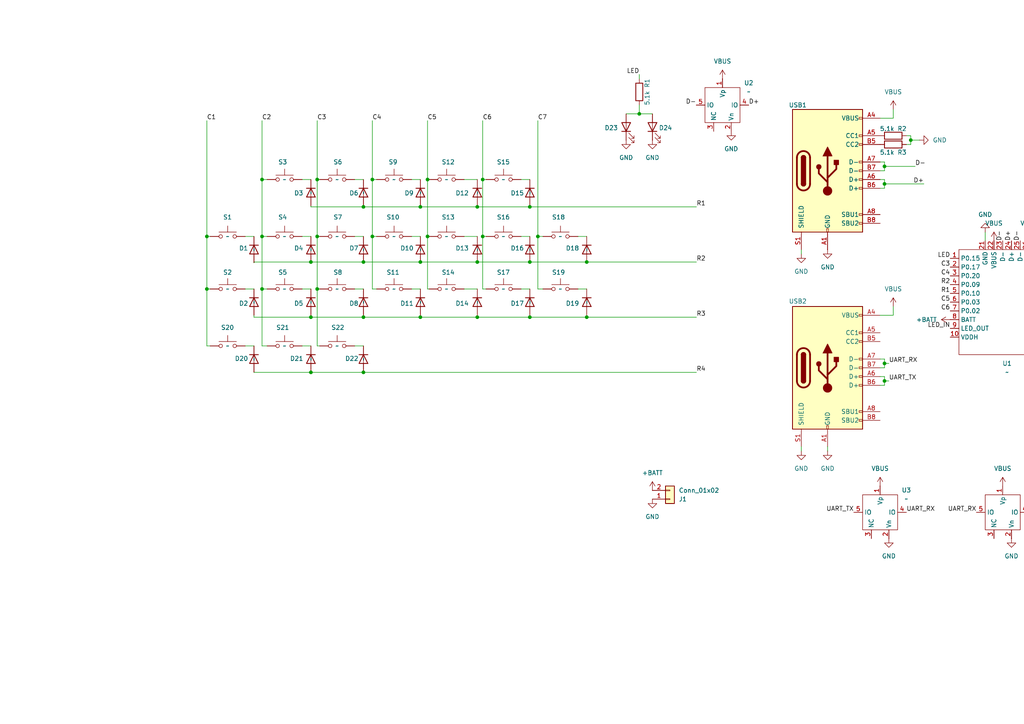
<source format=kicad_sch>
(kicad_sch (version 20250114) (generator "eeschema") (generator_version "9.0")
  (paper "A4")
  (junction (at 50.8 279.4))
  (junction (at 21.59 294.64))
  (junction (at 105.41 76))
  (junction (at 95.25 289.56))
  (junction (at 78.74 289.56))
  (junction (at 138.43 92))
  (junction (at 114.3 279.4))
  (junction (at 153.67 60))
  (junction (at 95.25 294.64))
  (junction (at 256.54 48.26))
  (junction (at 3.81 289.56))
  (junction (at 20.32 274.32))
  (junction (at 138.43 76))
  (junction (at 108 52.07))
  (junction (at 66.04 289.56))
  (junction (at 66.04 274.32))
  (junction (at 256.54 110.49))
  (junction (at 76 52.07))
  (junction (at 158.75 289.56))
  (junction (at 36.83 289.56))
  (junction (at 129.54 279.4))
  (junction (at 158.75 294.64))
  (junction (at 50.8 289.56))
  (junction (at 95.25 274.32))
  (junction (at 90.17 76))
  (junction (at 50.8 274.32))
  (junction (at 3.81 279.4))
  (junction (at 153.67 92))
  (junction (at 92 83.82))
  (junction (at 114.3 294.64))
  (junction (at 129.54 274.32))
  (junction (at 156 68.58))
  (junction (at 60 83.82))
  (junction (at 154.94 294.64))
  (junction (at 60 68.58))
  (junction (at 76 83.82))
  (junction (at 140 68.58))
  (junction (at 129.54 289.56))
  (junction (at 124 52.07))
  (junction (at 170.18 92))
  (junction (at 153.67 76))
  (junction (at 256.54 53.34))
  (junction (at 36.83 294.64))
  (junction (at 185.42 33.02))
  (junction (at 36.83 279.4))
  (junction (at 90.17 92))
  (junction (at 92 68.58))
  (junction (at 108 68.58))
  (junction (at 143.51 294.64))
  (junction (at 76 68.58))
  (junction (at 21.59 289.56))
  (junction (at 95.25 279.4))
  (junction (at 158.75 274.32))
  (junction (at 143.51 274.32))
  (junction (at 78.74 294.64))
  (junction (at 173.99 279.4))
  (junction (at 90.17 108))
  (junction (at 256.54 105.41))
  (junction (at 143.51 279.4))
  (junction (at 20.32 279.4))
  (junction (at 66.04 294.64))
  (junction (at 138.43 60))
  (junction (at 92 52.07))
  (junction (at 121.92 76))
  (junction (at 105.41 60))
  (junction (at 173.99 274.32))
  (junction (at 264.16 40.64))
  (junction (at 36.83 274.32))
  (junction (at 129.54 294.64))
  (junction (at 121.92 92))
  (junction (at 66.04 279.4))
  (junction (at 78.74 279.4))
  (junction (at 78.74 274.32))
  (junction (at 154.94 289.56))
  (junction (at 124 68.58))
  (junction (at 173.99 289.56))
  (junction (at 170.18 76))
  (junction (at 143.51 289.56))
  (junction (at 114.3 289.56))
  (junction (at 3.81 274.32))
  (junction (at 121.92 60))
  (junction (at 140 52.07))
  (junction (at 105.41 92))
  (junction (at 105.41 108))
  (junction (at 114.3 274.32))
  (junction (at 50.8 294.64))
  (junction (at 158.75 279.4))
  (wire (pts (xy 264.16 39.37) (xy 264.16 40.64)))
  (wire (pts (xy 36.83 294.64) (xy 40.64 294.64)))
  (wire (pts (xy 105.41 59.69) (xy 105.41 60)))
  (wire (pts (xy 138.43 91.44) (xy 138.43 92)))
  (wire (pts (xy 173.99 294.64) (xy 173.99 289.56)))
  (wire (pts (xy 153.67 60) (xy 202 60)))
  (wire (pts (xy 121.92 91.44) (xy 121.92 92)))
  (wire (pts (xy 256.54 110.49) (xy 256.54 111.76)))
  (wire (pts (xy 36.83 289.56) (xy 36.83 294.64)))
  (wire (pts (xy 151.13 83.82) (xy 153.67 83.82)))
  (wire (pts (xy 157.48 83.82) (xy 156 83.82)))
  (wire (pts (xy 170.18 91.44) (xy 170.18 92)))
  (wire (pts (xy 129.54 289.56) (xy 133.35 289.56)))
  (wire (pts (xy 77.47 100.33) (xy 76 100.33)))
  (wire (pts (xy 50.8 289.56) (xy 50.8 294.64)))
  (wire (pts (xy 154.94 274.32) (xy 158.75 274.32)))
  (wire (pts (xy 240.03 130.81) (xy 240.03 129.54)))
  (wire (pts (xy 16.51 289.56) (xy 21.59 289.56)))
  (wire (pts (xy 121.92 76) (xy 138.43 76)))
  (wire (pts (xy 33.02 294.64) (xy 36.83 294.64)))
  (wire (pts (xy 90.17 92) (xy 105.41 92)))
  (wire (pts (xy 102.87 83.82) (xy 105.41 83.82)))
  (wire (pts (xy 76.2 294.64) (xy 78.74 294.64)))
  (wire (pts (xy 143.51 274.32) (xy 147.32 274.32)))
  (wire (pts (xy 60 68.58) (xy 60 83.82)))
  (wire (pts (xy 256.54 53.34) (xy 267.97 53.34)))
  (wire (pts (xy 95.25 274.32) (xy 95.25 279.4)))
  (wire (pts (xy 73.66 76) (xy 90.17 76)))
  (wire (pts (xy 46.99 279.4) (xy 50.8 279.4)))
  (wire (pts (xy 151.13 52.07) (xy 153.67 52.07)))
  (wire (pts (xy 105.41 108) (xy 202 108)))
  (wire (pts (xy 255.27 49.53) (xy 256.54 49.53)))
  (wire (pts (xy 152.4 289.56) (xy 154.94 289.56)))
  (wire (pts (xy 8.89 294.64) (xy 3.81 294.64)))
  (wire (pts (xy 140.97 52.07) (xy 140 52.07)))
  (wire (pts (xy 121.92 60) (xy 138.43 60)))
  (wire (pts (xy 73.66 76.2) (xy 73.66 76)))
  (wire (pts (xy 124.46 274.32) (xy 129.54 274.32)))
  (wire (pts (xy 62.23 279.4) (xy 66.04 279.4)))
  (wire (pts (xy 256.54 54.61) (xy 256.54 53.34)))
  (wire (pts (xy 158.75 274.32) (xy 162.56 274.32)))
  (wire (pts (xy 111.76 279.4) (xy 114.3 279.4)))
  (wire (pts (xy 170.18 279.4) (xy 173.99 279.4)))
  (wire (pts (xy 66.04 279.4) (xy 68.58 279.4)))
  (wire (pts (xy 73.66 107.95) (xy 73.66 108)))
  (wire (pts (xy 185.42 22.86) (xy 185.42 21.59)))
  (wire (pts (xy 167.64 68.58) (xy 170.18 68.58)))
  (wire (pts (xy 114.3 274.32) (xy 116.84 274.32)))
  (wire (pts (xy 255.27 34.29) (xy 259.08 34.29)))
  (wire (pts (xy 140.97 289.56) (xy 143.51 289.56)))
  (wire (pts (xy 255.27 52.07) (xy 256.54 52.07)))
  (wire (pts (xy 138.43 76.2) (xy 138.43 76)))
  (wire (pts (xy 138.43 60) (xy 153.67 60)))
  (wire (pts (xy 140.97 68.58) (xy 140 68.58)))
  (wire (pts (xy 78.74 274.32) (xy 82.55 274.32)))
  (wire (pts (xy 114.3 274.32) (xy 114.3 279.4)))
  (wire (pts (xy 134.62 68.58) (xy 138.43 68.58)))
  (wire (pts (xy 90.17 108) (xy 105.41 108)))
  (wire (pts (xy 109.22 83.82) (xy 108 83.82)))
  (wire (pts (xy 134.62 52.07) (xy 138.43 52.07)))
  (wire (pts (xy 114.3 279.4) (xy 116.84 279.4)))
  (wire (pts (xy 154.94 279.4) (xy 158.75 279.4)))
  (wire (pts (xy 119.38 83.82) (xy 121.92 83.82)))
  (wire (pts (xy 36.83 274.32) (xy 39.37 274.32)))
  (wire (pts (xy 3.81 294.64) (xy 3.81 289.56)))
  (wire (pts (xy 73.66 91.44) (xy 73.66 92)))
  (wire (pts (xy 154.94 289.56) (xy 158.75 289.56)))
  (wire (pts (xy 140 68.58) (xy 140 83.82)))
  (wire (pts (xy 255.27 104.14) (xy 256.54 104.14)))
  (wire (pts (xy 204.47 267.97) (xy 204.47 265.43)))
  (wire (pts (xy 256.54 52.07) (xy 256.54 53.34)))
  (wire (pts (xy 46.99 274.32) (xy 50.8 274.32)))
  (wire (pts (xy 92 52.07) (xy 92 68.58)))
  (wire (pts (xy 124.46 68.58) (xy 124 68.58)))
  (wire (pts (xy 76 83.82) (xy 76 100.33)))
  (wire (pts (xy 264.16 41.91) (xy 264.16 40.64)))
  (wire (pts (xy 129.54 279.4) (xy 133.35 279.4)))
  (wire (pts (xy 71.12 100.33) (xy 73.66 100.33)))
  (wire (pts (xy 124.46 289.56) (xy 129.54 289.56)))
  (wire (pts (xy 114.3 294.64) (xy 116.84 294.64)))
  (wire (pts (xy 73.66 108) (xy 90.17 108)))
  (wire (pts (xy 108 35) (xy 108 52.07)))
  (wire (pts (xy 167.64 83.82) (xy 170.18 83.82)))
  (wire (pts (xy 255.27 91.44) (xy 259.08 91.44)))
  (wire (pts (xy 153.67 76) (xy 170.18 76)))
  (wire (pts (xy 140.97 294.64) (xy 143.51 294.64)))
  (wire (pts (xy 264.16 40.64) (xy 266.7 40.64)))
  (wire (pts (xy 92.71 68.58) (xy 92 68.58)))
  (wire (pts (xy 78.74 274.32) (xy 78.74 279.4)))
  (wire (pts (xy 90.17 289.56) (xy 95.25 289.56)))
  (wire (pts (xy 71.12 83.82) (xy 73.66 83.82)))
  (wire (pts (xy 124.46 52.07) (xy 124 52.07)))
  (wire (pts (xy 21.59 289.56) (xy 21.59 294.64)))
  (wire (pts (xy 77.47 83.82) (xy 76 83.82)))
  (wire (pts (xy 124 35) (xy 124 52.07)))
  (wire (pts (xy 158.75 274.32) (xy 158.75 279.4)))
  (wire (pts (xy 109.22 52.07) (xy 108 52.07)))
  (wire (pts (xy 33.02 274.32) (xy 36.83 274.32)))
  (wire (pts (xy 16.51 279.4) (xy 20.32 279.4)))
  (wire (pts (xy 121.92 92) (xy 138.43 92)))
  (wire (pts (xy 173.99 279.4) (xy 173.99 274.32)))
  (wire (pts (xy 173.99 274.32) (xy 177.8 274.32)))
  (wire (pts (xy 111.76 274.32) (xy 114.3 274.32)))
  (wire (pts (xy 111.76 294.64) (xy 114.3 294.64)))
  (wire (pts (xy 156 68.58) (xy 156 83.82)))
  (wire (pts (xy 60 83.82) (xy 60 100.33)))
  (wire (pts (xy 76.2 279.4) (xy 78.74 279.4)))
  (wire (pts (xy 20.32 274.32) (xy 25.4 274.32)))
  (wire (pts (xy 140.97 274.32) (xy 143.51 274.32)))
  (wire (pts (xy 92 35) (xy 92 52.07)))
  (wire (pts (xy 48.26 289.56) (xy 50.8 289.56)))
  (wire (pts (xy 124 52.07) (xy 124 68.58)))
  (wire (pts (xy 62.23 274.32) (xy 66.04 274.32)))
  (wire (pts (xy 95.25 279.4) (xy 104.14 279.4)))
  (wire (pts (xy 157.48 68.58) (xy 156 68.58)))
  (wire (pts (xy 77.47 52.07) (xy 76 52.07)))
  (wire (pts (xy 158.75 279.4) (xy 162.56 279.4)))
  (wire (pts (xy 87.63 100.33) (xy 90.17 100.33)))
  (wire (pts (xy 158.75 294.64) (xy 162.56 294.64)))
  (wire (pts (xy 102.87 100.33) (xy 105.41 100.33)))
  (wire (pts (xy 95.25 274.32) (xy 104.14 274.32)))
  (wire (pts (xy 78.74 279.4) (xy 82.55 279.4)))
  (wire (pts (xy 158.75 289.56) (xy 158.75 294.64)))
  (wire (pts (xy 262.89 39.37) (xy 264.16 39.37)))
  (wire (pts (xy 87.63 83.82) (xy 90.17 83.82)))
  (wire (pts (xy 138.43 92) (xy 153.67 92)))
  (wire (pts (xy 173.99 289.56) (xy 173.99 279.4)))
  (wire (pts (xy 36.83 279.4) (xy 39.37 279.4)))
  (wire (pts (xy 124 68.58) (xy 124 83.82)))
  (wire (pts (xy 204.47 285.75) (xy 204.47 283.21)))
  (wire (pts (xy 73.66 92) (xy 90.17 92)))
  (wire (pts (xy 138.43 59.69) (xy 138.43 60)))
  (wire (pts (xy 105.41 92) (xy 121.92 92)))
  (wire (pts (xy 102.87 68.58) (xy 105.41 68.58)))
  (wire (pts (xy 90.17 274.32) (xy 95.25 274.32)))
  (wire (pts (xy 50.8 294.64) (xy 54.61 294.64)))
  (wire (pts (xy 66.04 289.56) (xy 68.58 289.56)))
  (wire (pts (xy 92.71 52.07) (xy 92 52.07)))
  (wire (pts (xy 124.46 83.82) (xy 124 83.82)))
  (wire (pts (xy 114.3 289.56) (xy 114.3 294.64)))
  (wire (pts (xy 154.94 294.64) (xy 158.75 294.64)))
  (wire (pts (xy 259.08 91.44) (xy 259.08 88.9)))
  (wire (pts (xy 95.25 294.64) (xy 104.14 294.64)))
  (wire (pts (xy 71.12 68.58) (xy 73.66 68.58)))
  (wire (pts (xy 90.17 107.95) (xy 90.17 108)))
  (wire (pts (xy 102.87 52.07) (xy 105.41 52.07)))
  (wire (pts (xy 111.76 289.56) (xy 114.3 289.56)))
  (wire (pts (xy 256.54 110.49) (xy 256.54 109.22)))
  (wire (pts (xy 170.18 274.32) (xy 173.99 274.32)))
  (wire (pts (xy 95.25 289.56) (xy 104.14 289.56)))
  (wire (pts (xy 16.51 274.32) (xy 20.32 274.32)))
  (wire (pts (xy 114.3 289.56) (xy 116.84 289.56)))
  (wire (pts (xy 170.18 76) (xy 202 76)))
  (wire (pts (xy 50.8 279.4) (xy 54.61 279.4)))
  (wire (pts (xy 129.54 289.56) (xy 129.54 294.64)))
  (wire (pts (xy 153.67 91.44) (xy 153.67 92)))
  (wire (pts (xy 66.04 274.32) (xy 68.58 274.32)))
  (wire (pts (xy 119.38 52.07) (xy 121.92 52.07)))
  (wire (pts (xy 92 83.82) (xy 92 100.33)))
  (wire (pts (xy 33.02 279.4) (xy 36.83 279.4)))
  (wire (pts (xy 62.23 289.56) (xy 66.04 289.56)))
  (wire (pts (xy 20.32 274.32) (xy 20.32 279.4)))
  (wire (pts (xy 66.04 274.32) (xy 66.04 279.4)))
  (wire (pts (xy 255.27 46.99) (xy 256.54 46.99)))
  (wire (pts (xy 255.27 109.22) (xy 256.54 109.22)))
  (wire (pts (xy 143.51 294.64) (xy 147.32 294.64)))
  (wire (pts (xy 256.54 106.68) (xy 256.54 105.41)))
  (wire (pts (xy 134.62 83.82) (xy 138.43 83.82)))
  (wire (pts (xy 143.51 289.56) (xy 147.32 289.56)))
  (wire (pts (xy 76.2 289.56) (xy 78.74 289.56)))
  (wire (pts (xy 77.47 68.58) (xy 76 68.58)))
  (wire (pts (xy 90.17 91.44) (xy 90.17 92)))
  (wire (pts (xy 256.54 105.41) (xy 257.81 105.41)))
  (wire (pts (xy 138.43 76) (xy 153.67 76)))
  (wire (pts (xy 90.17 59.69) (xy 90.17 60)))
  (wire (pts (xy 143.51 279.4) (xy 147.32 279.4)))
  (wire (pts (xy 66.04 294.64) (xy 68.58 294.64)))
  (wire (pts (xy 90.17 279.4) (xy 95.25 279.4)))
  (wire (pts (xy 109.22 68.58) (xy 108 68.58)))
  (wire (pts (xy 285.75 67.31) (xy 285.75 69.85)))
  (wire (pts (xy 153.67 76.2) (xy 153.67 76)))
  (wire (pts (xy 78.74 294.64) (xy 82.55 294.64)))
  (wire (pts (xy 87.63 68.58) (xy 90.17 68.58)))
  (wire (pts (xy 3.81 289.56) (xy 8.89 289.56)))
  (wire (pts (xy 92.71 83.82) (xy 92 83.82)))
  (wire (pts (xy 76 68.58) (xy 76 83.82)))
  (wire (pts (xy 3.81 289.56) (xy 3.81 279.4)))
  (wire (pts (xy 92 68.58) (xy 92 83.82)))
  (wire (pts (xy 185.42 33.02) (xy 181.61 33.02)))
  (wire (pts (xy 78.74 289.56) (xy 78.74 294.64)))
  (wire (pts (xy 185.42 30.48) (xy 185.42 33.02)))
  (wire (pts (xy 259.08 34.29) (xy 259.08 31.75)))
  (wire (pts (xy 92.71 100.33) (xy 92 100.33)))
  (wire (pts (xy 124.46 279.4) (xy 129.54 279.4)))
  (wire (pts (xy 76 52.07) (xy 76 68.58)))
  (wire (pts (xy 124.46 294.64) (xy 129.54 294.64)))
  (wire (pts (xy 170.18 289.56) (xy 173.99 289.56)))
  (wire (pts (xy 90.17 60) (xy 105.41 60)))
  (wire (pts (xy 3.81 274.32) (xy 8.89 274.32)))
  (wire (pts (xy 255.27 106.68) (xy 256.54 106.68)))
  (wire (pts (xy 76 35) (xy 76 52.07)))
  (wire (pts (xy 140 52.07) (xy 140 68.58)))
  (wire (pts (xy 153.67 92) (xy 170.18 92)))
  (wire (pts (xy 143.51 274.32) (xy 143.51 279.4)))
  (wire (pts (xy 119.38 68.58) (xy 121.92 68.58)))
  (wire (pts (xy 87.63 52.07) (xy 90.17 52.07)))
  (wire (pts (xy 105.41 76) (xy 121.92 76)))
  (wire (pts (xy 60 35) (xy 60 68.58)))
  (wire (pts (xy 129.54 294.64) (xy 133.35 294.64)))
  (wire (pts (xy -5.08 274.32) (xy 3.81 274.32)))
  (wire (pts (xy 185.42 33.02) (xy 189.23 33.02)))
  (wire (pts (xy 170.18 294.64) (xy 173.99 294.64)))
  (wire (pts (xy 156 35) (xy 156 68.58)))
  (wire (pts (xy 48.26 294.64) (xy 50.8 294.64)))
  (wire (pts (xy 90.17 294.64) (xy 95.25 294.64)))
  (wire (pts (xy 50.8 274.32) (xy 54.61 274.32)))
  (wire (pts (xy 257.81 110.49) (xy 256.54 110.49)))
  (wire (pts (xy 256.54 48.26) (xy 265.43 48.26)))
  (wire (pts (xy 158.75 289.56) (xy 162.56 289.56)))
  (wire (pts (xy 153.67 59.69) (xy 153.67 60)))
  (wire (pts (xy 36.83 279.4) (xy 36.83 274.32)))
  (wire (pts (xy 16.51 294.64) (xy 21.59 294.64)))
  (wire (pts (xy 3.81 279.4) (xy 8.89 279.4)))
  (wire (pts (xy 129.54 274.32) (xy 133.35 274.32)))
  (wire (pts (xy 140.97 83.82) (xy 140 83.82)))
  (wire (pts (xy 152.4 294.64) (xy 154.94 294.64)))
  (wire (pts (xy 76.2 274.32) (xy 78.74 274.32)))
  (wire (pts (xy 21.59 289.56) (xy 25.4 289.56)))
  (wire (pts (xy 3.81 279.4) (xy 3.81 274.32)))
  (wire (pts (xy 50.8 289.56) (xy 54.61 289.56)))
  (wire (pts (xy 33.02 289.56) (xy 36.83 289.56)))
  (wire (pts (xy 95.25 289.56) (xy 95.25 294.64)))
  (wire (pts (xy 255.27 111.76) (xy 256.54 111.76)))
  (wire (pts (xy 300.99 68.58) (xy 300.99 69.85)))
  (wire (pts (xy 170.18 76.2) (xy 170.18 76)))
  (wire (pts (xy 62.23 294.64) (xy 66.04 294.64)))
  (wire (pts (xy 108 68.58) (xy 108 83.82)))
  (wire (pts (xy 232.41 130.81) (xy 232.41 129.54)))
  (wire (pts (xy 170.18 92) (xy 202 92)))
  (wire (pts (xy 232.41 73.66) (xy 232.41 72.39)))
  (wire (pts (xy 121.92 59.69) (xy 121.92 60)))
  (wire (pts (xy 90.17 76) (xy 105.41 76)))
  (wire (pts (xy 121.92 76.2) (xy 121.92 76)))
  (wire (pts (xy 78.74 289.56) (xy 82.55 289.56)))
  (wire (pts (xy 255.27 54.61) (xy 256.54 54.61)))
  (wire (pts (xy 105.41 107.95) (xy 105.41 108)))
  (wire (pts (xy 105.41 91.44) (xy 105.41 92)))
  (wire (pts (xy 50.8 274.32) (xy 50.8 279.4)))
  (wire (pts (xy 36.83 289.56) (xy 40.64 289.56)))
  (wire (pts (xy 20.32 279.4) (xy 25.4 279.4)))
  (wire (pts (xy 143.51 289.56) (xy 143.51 294.64)))
  (wire (pts (xy 60.96 83.82) (xy 60 83.82)))
  (wire (pts (xy 105.41 76.2) (xy 105.41 76)))
  (wire (pts (xy 60.96 68.58) (xy 60 68.58)))
  (wire (pts (xy 129.54 274.32) (xy 129.54 279.4)))
  (wire (pts (xy 90.17 76.2) (xy 90.17 76)))
  (wire (pts (xy 256.54 48.26) (xy 256.54 49.53)))
  (wire (pts (xy 21.59 294.64) (xy 25.4 294.64)))
  (wire (pts (xy 105.41 60) (xy 121.92 60)))
  (wire (pts (xy 256.54 46.99) (xy 256.54 48.26)))
  (wire (pts (xy 140 35) (xy 140 52.07)))
  (wire (pts (xy 60.96 100.33) (xy 60 100.33)))
  (wire (pts (xy 66.04 289.56) (xy 66.04 294.64)))
  (wire (pts (xy 108 52.07) (xy 108 68.58)))
  (wire (pts (xy 151.13 68.58) (xy 153.67 68.58)))
  (wire (pts (xy 262.89 41.91) (xy 264.16 41.91)))
  (wire (pts (xy 140.97 279.4) (xy 143.51 279.4)))
  (wire (pts (xy 256.54 104.14) (xy 256.54 105.41)))
  (label "R2" (at 275.59 82.55 180))
  (label "LED" (at 275.59 74.93 180))
  (label "LED" (at 185.42 21.59 180))
  (label "UART_RX" (at 311.15 82.55 0))
  (label "R1" (at 275.59 85.09 180))
  (label "C6" (at 140 35 0))
  (label "UART_RX" (at 283.21 148.59 180))
  (label "C4" (at 108 35 0))
  (label "LED_K" (at 177.8 274.32 0))
  (label "R3" (at 311.15 74.93 0))
  (label "D+" (at 293.37 69.85 90))
  (label "D+" (at 267.97 53.34 180))
  (label "LED_OUT" (at 311.15 95.25 0))
  (label "R4" (at 202 108 0))
  (label "C5" (at 275.59 87.63 180))
  (label "R4" (at 311.15 85.09 0))
  (label "C4" (at 275.59 80.01 180))
  (label "C7" (at 311.15 77.47 0))
  (label "D+" (at 217.17 30.48 0))
  (label "D-" (at 265.43 48.26 0))
  (label "C7" (at 156 35 0))
  (label "D-" (at 290.83 69.85 90))
  (label "D-" (at 201.93 30.48 180))
  (label "C3" (at 92 35 0))
  (label "LED_IN" (at 204.47 255.27 0))
  (label "UART_TX" (at 247.65 148.59 180))
  (label "R3" (at 202 92 0))
  (label "UART_TX" (at 311.15 80.01 0))
  (label "LED_IN" (at 275.59 95.25 180))
  (label "LED_IN" (at 204.47 273.05 0))
  (label "C1" (at 311.15 90.17 0))
  (label "LED_A" (at 200.66 260.35 180))
  (label "C3" (at 275.59 77.47 180))
  (label "UART_RX" (at 257.81 105.41 0))
  (label "UART_TX" (at 298.45 148.59 0))
  (label "D-" (at 295.91 69.85 90))
  (label "LED_A" (at -5.08 274.32 0))
  (label "C6" (at 275.59 90.17 180))
  (label "LED_K" (at 200.66 278.13 180))
  (label "LED_OUT" (at 204.47 285.75 0))
  (label "LED_OUT" (at 204.47 267.97 0))
  (label "C1" (at 60 35 0))
  (label "UART_TX" (at 257.81 110.49 0))
  (label "C5" (at 124 35 0))
  (label "R2" (at 202 76 0))
  (label "C2" (at 311.15 87.63 0))
  (label "C2" (at 76 35 0))
  (label "R1" (at 202 60 0))
  (label "UART_RX" (at 262.89 148.59 0))
  (symbol (lib_id "power:GND") (at 266.7 40.64 90) (unit 1)
    (property "Reference" "#PWR010" (effects (hide yes)))
    (property "Value" "GND" (at 270.51 40.6399 90) (effects (justify right)))
    (property "Description" "Power symbol creates a global label with name \"GND\" , ground" (effects (hide yes)))
  )
  (symbol (lib_id "power:VBUS") (at 259.08 88.9 0) (unit 1)
    (property "Reference" "#PWR026" (effects (hide yes)))
    (property "Value" "VBUS" (at 259.08 83.82 0))
    (property "Description" "Power symbol creates a global label with name \"VBUS\"" (effects (hide yes)))
  )
  (symbol (lib_id "power:GND") (at 189.23 144.78 0) (unit 1)
    (property "Reference" "#PWR05" (effects (hide yes)))
    (property "Value" "GND" (at 189.23 149.86 0))
    (property "Description" "Power symbol creates a global label with name \"GND\" , ground" (effects (hide yes)))
  )
  (symbol (lib_id "Device:LED") (at 12.7 279.4 180) (unit 1)
    (property "Reference" "LEDB2" (at 12.7 276.86 0) (effects (justify left)))
    (property "Value" "~" (at 12.7 279.4 0))
    (property "Footprint" "ocdmk:LED_MP-2016-1100-50-90" (effects (hide yes)))
  )
  (symbol (lib_id "Device:LED") (at 189.23 36.83 90) (unit 1)
    (property "Reference" "D24" (at 193.04 37.084 90))
    (property "Value" "LED" (effects (hide yes)))
    (property "Footprint" "Diode_SMD:D_0603_1608Metric" (effects (hide yes)))
    (property "Description" "Light emitting diode" (effects (hide yes)))
    (property "Sim.Pins" "1=K 2=A" (effects (hide yes)))
  )
  (symbol (lib_id "Device:LED") (at 151.13 289.56 180) (unit 1)
    (property "Reference" "LEDT18" (at 151.13 287.02 0) (effects (justify left)))
    (property "Value" "~" (at 151.13 289.56 0))
    (property "Footprint" "ocdmk:LED_MP-2016-1100-50-90" (effects (hide yes)))
  )
  (symbol (lib_id "Device:LED") (at 44.45 289.56 180) (unit 1)
    (property "Reference" "LEDT6" (at 44.45 287.02 0) (effects (justify left)))
    (property "Value" "~" (at 44.45 289.56 0))
    (property "Footprint" "ocdmk:LED_MP-2016-1100-50-90" (effects (hide yes)))
  )
  (symbol (lib_id "Switch:SW_Push") (at 129.54 83.82 0) (unit 1)
    (property "Reference" "S14" (at 130 79 0))
    (property "Value" "~" (at 129.54 83.82 0))
    (property "Footprint" "ocdmk:switch_gateron_ks27_ks33_reversible" (effects (hide yes)))
  )
  (symbol (lib_id "Switch:SW_Push") (at 114.3 83.82 0) (unit 1)
    (property "Reference" "S11" (at 114 79 0))
    (property "Value" "~" (at 114.3 83.82 0))
    (property "Footprint" "ocdmk:switch_gateron_ks27_ks33_reversible" (effects (hide yes)))
  )
  (symbol (lib_id "Device:LED") (at 44.45 294.64 180) (unit 1)
    (property "Reference" "LEDB6" (at 44.45 292.1 0) (effects (justify left)))
    (property "Value" "~" (at 44.45 294.64 0))
    (property "Footprint" "ocdmk:LED_MP-2016-1100-50-90" (effects (hide yes)))
  )
  (symbol (lib_id "Device:D") (at 90.17 72.39 270) (unit 1)
    (property "Reference" "D4" (at 88 72 90) (effects (justify right)))
    (property "Value" "~" (at 90.17 72.39 0))
    (property "Footprint" "ocdmk:diode_tht_sod123_reversible" (effects (hide yes)))
  )
  (symbol (lib_id "power:+BATT") (at 275.59 92.71 90) (unit 1)
    (property "Reference" "#PWR09" (effects (hide yes)))
    (property "Value" "+BATT" (at 271.78 92.7099 90) (effects (justify left)))
    (property "Description" "Power symbol creates a global label with name \"+BATT\"" (effects (hide yes)))
  )
  (symbol (lib_id "Device:D") (at 170.18 87.63 270) (unit 1)
    (property "Reference" "D19" (at 168 88 90) (effects (justify right)))
    (property "Value" "~" (at 170.18 87.63 0))
    (property "Footprint" "ocdmk:diode_tht_sod123_reversible" (effects (hide yes)))
  )
  (symbol (lib_id "Device:D") (at 138.43 87.63 270) (unit 1)
    (property "Reference" "D14" (at 136 88 90) (effects (justify right)))
    (property "Value" "~" (at 138.43 87.63 0))
    (property "Footprint" "ocdmk:diode_tht_sod123_reversible" (effects (hide yes)))
  )
  (symbol (lib_id "Device:LED") (at 120.65 289.56 180) (unit 1)
    (property "Reference" "LEDT21" (at 120.65 287.02 0) (effects (justify left)))
    (property "Value" "~" (at 120.65 289.56 0))
    (property "Footprint" "ocdmk:LED_MP-2016-1100-50-90" (effects (hide yes)))
  )
  (symbol (lib_id "Device:D") (at 73.66 72.39 270) (unit 1)
    (property "Reference" "D1" (at 72 72 90) (effects (justify right)))
    (property "Value" "~" (at 73.66 72.39 0))
    (property "Footprint" "ocdmk:diode_tht_sod123_reversible" (effects (hide yes)))
  )
  (symbol (lib_id "Device:LED") (at 29.21 279.4 180) (unit 1)
    (property "Reference" "LEDB5" (at 29.21 276.86 0) (effects (justify left)))
    (property "Value" "~" (at 29.21 279.4 0))
    (property "Footprint" "ocdmk:LED_MP-2016-1100-50-90" (effects (hide yes)))
  )
  (symbol (lib_id "Switch:SW_Push") (at 114.3 52.07 0) (unit 1)
    (property "Reference" "S9" (at 114 47 0))
    (property "Value" "~" (at 114.3 52.07 0))
    (property "Footprint" "ocdmk:switch_gateron_ks27_ks33_reversible" (effects (hide yes)))
  )
  (symbol (lib_id "Connector:USB_C_Receptacle_USB2.0_16P") (at 240.03 106.68 0) (unit 1)
    (property "Reference" "USB2" (at 231.394 87.376 0))
    (property "Value" "USB_C_Receptacle_USB2.0_16P" (effects (hide yes)))
    (property "Footprint" "ocdmk:12402012E212A_AMP_reversible" (effects (hide yes)))
    (property "Datasheet" "https://www.usb.org/sites/default/files/documents/usb_type-c.zip" (effects (hide yes)))
    (property "Description" "USB 2.0-only 16P Type-C Receptacle connector" (effects (hide yes)))
  )
  (symbol (lib_id "Device:LED") (at 120.65 294.64 180) (unit 1)
    (property "Reference" "LEDB21" (at 120.396 292.1 0) (effects (justify left)))
    (property "Value" "~" (at 120.65 294.64 0))
    (property "Footprint" "ocdmk:LED_MP-2016-1100-50-90" (effects (hide yes)))
  )
  (symbol (lib_id "power:GND") (at 212.09 38.1 0) (unit 1)
    (property "Reference" "#PWR016" (effects (hide yes)))
    (property "Value" "GND" (at 212.09 43.18 0))
    (property "Description" "Power symbol creates a global label with name \"GND\" , ground" (effects (hide yes)))
  )
  (symbol (lib_id "Device:LED") (at 166.37 294.64 180) (unit 1)
    (property "Reference" "LEDB19" (at 166.37 292.1 0) (effects (justify left)))
    (property "Value" "~" (at 166.37 294.64 0))
    (property "Footprint" "ocdmk:LED_MP-2016-1100-50-90" (effects (hide yes)))
  )
  (symbol (lib_id "Switch:SW_Push") (at 97.79 100.33 0) (unit 1)
    (property "Reference" "S22" (at 98 95 0))
    (property "Value" "~" (at 97.79 100.33 0))
    (property "Footprint" "ocdmk:switch_gateron_ks27_ks33_reversible" (effects (hide yes)))
  )
  (symbol (lib_id "power:GND") (at 240.03 72.39 0) (unit 1)
    (property "Reference" "#PWR012" (effects (hide yes)))
    (property "Value" "GND" (at 240.03 77.47 0))
    (property "Description" "Power symbol creates a global label with name \"GND\" , ground" (effects (hide yes)))
  )
  (symbol (lib_id "Device:D") (at 138.43 55.88 270) (unit 1)
    (property "Reference" "D12" (at 136 56 90) (effects (justify right)))
    (property "Value" "~" (at 138.43 55.88 0))
    (property "Footprint" "ocdmk:diode_tht_sod123_reversible" (effects (hide yes)))
  )
  (symbol (lib_id "Device:LED") (at 72.39 274.32 180) (unit 1)
    (property "Reference" "LEDT14" (at 72.39 271.78 0) (effects (justify left)))
    (property "Value" "~" (at 72.39 274.32 0))
    (property "Footprint" "ocdmk:LED_MP-2016-1100-50-90" (effects (hide yes)))
  )
  (symbol (lib_id "Device:LED") (at 29.21 274.32 180) (unit 1)
    (property "Reference" "LEDT5" (at 29.21 271.78 0) (effects (justify left)))
    (property "Value" "~" (at 29.21 274.32 0))
    (property "Footprint" "ocdmk:LED_MP-2016-1100-50-90" (effects (hide yes)))
  )
  (symbol (lib_id "Device:LED") (at 151.13 274.32 180) (unit 1)
    (property "Reference" "LEDT13" (at 151.13 271.78 0) (effects (justify left)))
    (property "Value" "~" (at 151.13 274.32 0))
    (property "Footprint" "ocdmk:LED_MP-2016-1100-50-90" (effects (hide yes)))
  )
  (symbol (lib_id "Device:LED") (at 166.37 279.4 180) (unit 1)
    (property "Reference" "LEDB16" (at 166.37 276.86 0) (effects (justify left)))
    (property "Value" "~" (at 166.37 279.4 0))
    (property "Footprint" "ocdmk:LED_MP-2016-1100-50-90" (effects (hide yes)))
  )
  (symbol (lib_id "Device:D") (at 73.66 104.14 270) (unit 1)
    (property "Reference" "D20" (at 72 104 90) (effects (justify right)))
    (property "Value" "~" (at 73.66 104.14 0))
    (property "Footprint" "ocdmk:diode_tht_sod123_reversible" (effects (hide yes)))
  )
  (symbol (lib_id "Device:LED") (at 137.16 289.56 180) (unit 1)
    (property "Reference" "LEDT22" (at 137.16 287.02 0) (effects (justify left)))
    (property "Value" "~" (at 137.16 289.56 0))
    (property "Footprint" "ocdmk:LED_MP-2016-1100-50-90" (effects (hide yes)))
  )
  (symbol (lib_id "Switch:SW_Push") (at 146.05 83.82 0) (unit 1)
    (property "Reference" "S17" (at 146 79 0))
    (property "Value" "~" (at 146.05 83.82 0))
    (property "Footprint" "ocdmk:switch_gateron_ks27_ks33_reversible" (effects (hide yes)))
  )
  (symbol (lib_id "power:GND") (at 240.03 130.81 0) (unit 1)
    (property "Reference" "#PWR027" (effects (hide yes)))
    (property "Value" "GND" (at 240.03 135.89 0))
    (property "Description" "Power symbol creates a global label with name \"GND\" , ground" (effects (hide yes)))
  )
  (symbol (lib_id "Device:LED") (at 86.36 274.32 180) (unit 1)
    (property "Reference" "LEDT17" (at 86.36 271.78 0) (effects (justify left)))
    (property "Value" "~" (at 86.36 274.32 0))
    (property "Footprint" "ocdmk:LED_MP-2016-1100-50-90" (effects (hide yes)))
  )
  (symbol (lib_id "Switch:SW_Push") (at 97.79 83.82 0) (unit 1)
    (property "Reference" "S8" (at 98 79 0))
    (property "Value" "~" (at 97.79 83.82 0))
    (property "Footprint" "ocdmk:switch_gateron_ks27_ks33_reversible" (effects (hide yes)))
  )
  (symbol (lib_id "Switch:SW_Push") (at 66.04 100.33 0) (unit 1)
    (property "Reference" "S20" (at 66 95 0))
    (property "Value" "~" (at 66.04 100.33 0))
    (property "Footprint" "ocdmk:switch_gateron_ks27_ks33_reversible" (effects (hide yes)))
  )
  (symbol (lib_id "Device:LED") (at 43.18 279.4 180) (unit 1)
    (property "Reference" "LEDB8" (at 43.18 276.86 0) (effects (justify left)))
    (property "Value" "~" (at 43.18 279.4 0))
    (property "Footprint" "ocdmk:LED_MP-2016-1100-50-90" (effects (hide yes)))
  )
  (symbol (lib_id "Device:D") (at 73.66 87.63 270) (unit 1)
    (property "Reference" "D2" (at 72 88 90) (effects (justify right)))
    (property "Value" "~" (at 73.66 87.63 0))
    (property "Footprint" "ocdmk:diode_tht_sod123_reversible" (effects (hide yes)))
  )
  (symbol (lib_id "Device:LED") (at 151.13 279.4 180) (unit 1)
    (property "Reference" "LEDB13" (at 151.13 276.86 0) (effects (justify left)))
    (property "Value" "~" (at 151.13 279.4 0))
    (property "Footprint" "ocdmk:LED_MP-2016-1100-50-90" (effects (hide yes)))
  )
  (symbol (lib_id "Device:D") (at 105.41 55.88 270) (unit 1)
    (property "Reference" "D6" (at 104 56 90) (effects (justify right)))
    (property "Value" "~" (at 105.41 55.88 0))
    (property "Footprint" "ocdmk:diode_tht_sod123_reversible" (effects (hide yes)))
  )
  (symbol (lib_id "Connector_Generic:Conn_01x02") (at 194.31 144.78 0) (mirror x) (unit 1)
    (property "Reference" "J1" (at 196.85 144.7801 0) (effects (justify left)))
    (property "Value" "Conn_01x02" (at 196.85 142.2401 0) (effects (justify left)))
    (property "Footprint" "Connector_JST:JST_PH_S2B-PH-K_1x02_P2.00mm_Horizontal" (effects (hide yes)))
    (property "Description" "Generic connector, single row, 01x02, script generated (kicad-library-utils/schlib/autogen/connector/)" (effects (hide yes)))
  )
  (symbol (lib_id "ocdmk:NUP2114") (at 204.47 25.4 0) (unit 1)
    (property "Reference" "U2" (at 217.17 24.0598 0))
    (property "Value" "~" (at 217.17 26.5998 0))
    (property "Footprint" "Package_TO_SOT_SMD:SOT-553" (effects (hide yes)))
    (property "Datasheet" "https://www.onsemi.com/download/data-sheet/pdf/nup2114-d.pdf" (effects (hide yes)))
  )
  (symbol (lib_id "Device:LED") (at 12.7 274.32 180) (unit 1)
    (property "Reference" "LEDT2" (at 12.7 271.78 0) (effects (justify left)))
    (property "Value" "~" (at 12.7 274.32 0))
    (property "Footprint" "ocdmk:LED_MP-2016-1100-50-90" (effects (hide yes)))
  )
  (symbol (lib_id "Device:LED") (at 137.16 279.4 180) (unit 1)
    (property "Reference" "LEDB10" (at 137.16 276.86 0) (effects (justify left)))
    (property "Value" "~" (at 137.16 279.4 0))
    (property "Footprint" "ocdmk:LED_MP-2016-1100-50-90" (effects (hide yes)))
  )
  (symbol (lib_id "Device:LED") (at 137.16 294.64 180) (unit 1)
    (property "Reference" "LEDB22" (at 137.16 292.1 0) (effects (justify left)))
    (property "Value" "~" (at 137.16 294.64 0))
    (property "Footprint" "ocdmk:LED_MP-2016-1100-50-90" (effects (hide yes)))
  )
  (symbol (lib_id "Device:D") (at 121.92 55.88 270) (unit 1)
    (property "Reference" "D9" (at 120 56 90) (effects (justify right)))
    (property "Value" "~" (at 121.92 55.88 0))
    (property "Footprint" "ocdmk:diode_tht_sod123_reversible" (effects (hide yes)))
  )
  (symbol (lib_id "Device:LED") (at 181.61 36.83 90) (unit 1)
    (property "Reference" "D23" (at 177.292 37.084 90))
    (property "Value" "LED" (effects (hide yes)))
    (property "Footprint" "Diode_SMD:D_0603_1608Metric" (effects (hide yes)))
    (property "Description" "Light emitting diode" (effects (hide yes)))
    (property "Sim.Pins" "1=K 2=A" (effects (hide yes)))
  )
  (symbol (lib_id "Switch:SW_Push") (at 114.3 68.58 0) (unit 1)
    (property "Reference" "S10" (at 114 63 0))
    (property "Value" "~" (at 114.3 68.58 0))
    (property "Footprint" "ocdmk:switch_gateron_ks27_ks33_reversible" (effects (hide yes)))
  )
  (symbol (lib_id "Switch:SW_Push") (at 146.05 52.07 0) (unit 1)
    (property "Reference" "S15" (at 146 47 0))
    (property "Value" "~" (at 146.05 52.07 0))
    (property "Footprint" "ocdmk:switch_gateron_ks27_ks33_reversible" (effects (hide yes)))
  )
  (symbol (lib_id "Device:R") (at 185.42 26.67 180) (unit 1)
    (property "Reference" "R1" (at 187.706 24.13 90))
    (property "Value" "5.1k" (at 187.706 28.448 90))
    (property "Footprint" "Resistor_SMD:R_0603_1608Metric" (effects (hide yes)))
    (property "Description" "Resistor" (effects (hide yes)))
  )
  (symbol (lib_id "Switch:SW_Push") (at 97.79 68.58 0) (unit 1)
    (property "Reference" "S7" (at 98 63 0))
    (property "Value" "~" (at 97.79 68.58 0))
    (property "Footprint" "ocdmk:switch_gateron_ks27_ks33_reversible" (effects (hide yes)))
  )
  (symbol (lib_id "Device:D") (at 90.17 87.63 270) (unit 1)
    (property "Reference" "D5" (at 88 88 90) (effects (justify right)))
    (property "Value" "~" (at 90.17 87.63 0))
    (property "Footprint" "ocdmk:diode_tht_sod123_reversible" (effects (hide yes)))
  )
  (symbol (lib_id "Device:LED") (at 58.42 279.4 180) (unit 1)
    (property "Reference" "LEDB11" (at 58.42 276.86 0) (effects (justify left)))
    (property "Value" "~" (at 58.42 279.4 0))
    (property "Footprint" "ocdmk:LED_MP-2016-1100-50-90" (effects (hide yes)))
  )
  (symbol (lib_id "ocdmk:NUP2114") (at 250.19 143.51 0) (unit 1)
    (property "Reference" "U3" (at 262.89 142.1698 0))
    (property "Value" "~" (at 262.89 144.7098 0))
    (property "Footprint" "Package_TO_SOT_SMD:SOT-553" (effects (hide yes)))
    (property "Datasheet" "https://www.onsemi.com/download/data-sheet/pdf/nup2114-d.pdf" (effects (hide yes)))
  )
  (symbol (lib_id "power:+BATT") (at 189.23 142.24 0) (unit 1)
    (property "Reference" "#PWR013" (effects (hide yes)))
    (property "Value" "+BATT" (at 189.23 137.16 0))
    (property "Description" "Power symbol creates a global label with name \"+BATT\"" (effects (hide yes)))
  )
  (symbol (lib_id "ocdmk:NUP2114") (at 285.75 143.51 0) (unit 1)
    (property "Reference" "U4" (at 298.45 142.1698 0))
    (property "Value" "~" (at 298.45 144.7098 0))
    (property "Footprint" "Package_TO_SOT_SMD:SOT-553" (effects (hide yes)))
    (property "Datasheet" "https://www.onsemi.com/download/data-sheet/pdf/nup2114-d.pdf" (effects (hide yes)))
  )
  (symbol (lib_id "Device:LED") (at 137.16 274.32 180) (unit 1)
    (property "Reference" "LEDT10" (at 137.16 271.78 0) (effects (justify left)))
    (property "Value" "~" (at 137.16 274.32 0))
    (property "Footprint" "ocdmk:LED_MP-2016-1100-50-90" (effects (hide yes)))
  )
  (symbol (lib_id "power:GND") (at 300.99 68.58 180) (unit 1)
    (property "Reference" "#PWR03" (effects (hide yes)))
    (property "Value" "GND" (at 300.99 63.5 0))
    (property "Description" "Power symbol creates a global label with name \"GND\" , ground" (effects (hide yes)))
  )
  (symbol (lib_id "Device:LED") (at 12.7 294.64 180) (unit 1)
    (property "Reference" "LEDB1" (at 12.7 292.1 0) (effects (justify left)))
    (property "Value" "~" (at 12.7 294.64 0))
    (property "Footprint" "ocdmk:LED_MP-2016-1100-50-90" (effects (hide yes)))
  )
  (symbol (lib_id "Device:LED") (at 107.95 279.4 180) (unit 1)
    (property "Reference" "LEDB4" (at 107.95 276.86 0) (effects (justify left)))
    (property "Value" "~" (at 107.95 279.4 0))
    (property "Footprint" "ocdmk:LED_MP-2016-1100-50-90" (effects (hide yes)))
  )
  (symbol (lib_id "Device:D") (at 90.17 55.88 270) (unit 1)
    (property "Reference" "D3" (at 88 56 90) (effects (justify right)))
    (property "Value" "~" (at 90.17 55.88 0))
    (property "Footprint" "ocdmk:diode_tht_sod123_reversible" (effects (hide yes)))
  )
  (symbol (lib_id "power:GND") (at 285.75 67.31 180) (unit 1)
    (property "Reference" "#PWR04" (effects (hide yes)))
    (property "Value" "GND" (at 285.75 62.23 0))
    (property "Description" "Power symbol creates a global label with name \"GND\" , ground" (effects (hide yes)))
  )
  (symbol (lib_id "Device:D") (at 170.18 72.39 270) (unit 1)
    (property "Reference" "D18" (at 168 72 90) (effects (justify right)))
    (property "Value" "~" (at 170.18 72.39 0))
    (property "Footprint" "ocdmk:diode_tht_sod123_reversible" (effects (hide yes)))
  )
  (symbol (lib_id "Device:LED") (at 12.7 289.56 180) (unit 1)
    (property "Reference" "LEDT1" (at 12.7 287.02 0) (effects (justify left)))
    (property "Value" "~" (at 12.7 289.56 0))
    (property "Footprint" "ocdmk:LED_MP-2016-1100-50-90" (effects (hide yes)))
  )
  (symbol (lib_id "Device:R") (at 259.08 39.37 90) (unit 1)
    (property "Reference" "R2" (at 261.62 37.338 90))
    (property "Value" "5.1k" (at 257.302 37.338 90))
    (property "Footprint" "Resistor_SMD:R_0603_1608Metric" (effects (hide yes)))
    (property "Description" "Resistor" (effects (hide yes)))
  )
  (symbol (lib_id "Switch:SW_Push") (at 82.55 68.58 0) (unit 1)
    (property "Reference" "S4" (at 82 63 0))
    (property "Value" "~" (at 82.55 68.58 0))
    (property "Footprint" "ocdmk:switch_gateron_ks27_ks33_reversible" (effects (hide yes)))
  )
  (symbol (lib_id "Device:D") (at 153.67 55.88 270) (unit 1)
    (property "Reference" "D15" (at 152 56 90) (effects (justify right)))
    (property "Value" "~" (at 153.67 55.88 0))
    (property "Footprint" "ocdmk:diode_tht_sod123_reversible" (effects (hide yes)))
  )
  (symbol (lib_id "power:VBUS") (at 209.55 22.86 0) (unit 1)
    (property "Reference" "#PWR014" (effects (hide yes)))
    (property "Value" "VBUS" (at 209.55 17.78 0))
    (property "Description" "Power symbol creates a global label with name \"VBUS\"" (effects (hide yes)))
  )
  (symbol (lib_id "power:VBUS") (at 259.08 31.75 0) (unit 1)
    (property "Reference" "#PWR011" (effects (hide yes)))
    (property "Value" "VBUS" (at 259.08 26.67 0))
    (property "Description" "Power symbol creates a global label with name \"VBUS\"" (effects (hide yes)))
  )
  (symbol (lib_id "Device:LED") (at 72.39 289.56 180) (unit 1)
    (property "Reference" "LEDT12" (at 72.39 287.02 0) (effects (justify left)))
    (property "Value" "~" (at 72.39 289.56 0))
    (property "Footprint" "ocdmk:LED_MP-2016-1100-50-90" (effects (hide yes)))
  )
  (symbol (lib_id "Device:LED") (at 107.95 289.56 180) (unit 1)
    (property "Reference" "LEDT20" (at 107.95 287.02 0) (effects (justify left)))
    (property "Value" "~" (at 107.95 289.56 0))
    (property "Footprint" "ocdmk:LED_MP-2016-1100-50-90" (effects (hide yes)))
  )
  (symbol (lib_id "Device:LED") (at 166.37 289.56 180) (unit 1)
    (property "Reference" "LEDT19" (at 166.37 287.02 0) (effects (justify left)))
    (property "Value" "~" (at 166.37 289.56 0))
    (property "Footprint" "ocdmk:LED_MP-2016-1100-50-90" (effects (hide yes)))
  )
  (symbol (lib_id "Device:LED") (at 120.65 279.4 180) (unit 1)
    (property "Reference" "LEDB7" (at 120.65 276.86 0) (effects (justify left)))
    (property "Value" "~" (at 120.65 279.4 0))
    (property "Footprint" "ocdmk:LED_MP-2016-1100-50-90" (effects (hide yes)))
  )
  (symbol (lib_id "power:VBUS") (at 290.83 140.97 0) (unit 1)
    (property "Reference" "#PWR019" (effects (hide yes)))
    (property "Value" "VBUS" (at 290.83 135.89 0))
    (property "Description" "Power symbol creates a global label with name \"VBUS\"" (effects (hide yes)))
  )
  (symbol (lib_id "Device:LED") (at 120.65 274.32 180) (unit 1)
    (property "Reference" "LEDT7" (at 120.65 271.78 0) (effects (justify left)))
    (property "Value" "~" (at 120.65 274.32 0))
    (property "Footprint" "ocdmk:LED_MP-2016-1100-50-90" (effects (hide yes)))
  )
  (symbol (lib_id "Device:D") (at 105.41 72.39 270) (unit 1)
    (property "Reference" "D7" (at 104 72 90) (effects (justify right)))
    (property "Value" "~" (at 105.41 72.39 0))
    (property "Footprint" "ocdmk:diode_tht_sod123_reversible" (effects (hide yes)))
  )
  (symbol (lib_id "ocdmk:ocdmk_core") (at 278.13 72.39 0) (unit 1)
    (property "Reference" "U1" (at 292.1 105.41 0))
    (property "Value" "~" (at 292.1 107.95 0))
    (property "Footprint" "ocdmk:ocdmk_core" (effects (hide yes)))
  )
  (symbol (lib_id "Device:D") (at 90.17 104.14 270) (unit 1)
    (property "Reference" "D21" (at 88 104 90) (effects (justify right)))
    (property "Value" "~" (at 90.17 104.14 0))
    (property "Footprint" "ocdmk:diode_tht_sod123_reversible" (effects (hide yes)))
  )
  (symbol (lib_id "Device:LED") (at 58.42 294.64 180) (unit 1)
    (property "Reference" "LEDB9" (at 58.42 292.1 0) (effects (justify left)))
    (property "Value" "~" (at 58.42 294.64 0))
    (property "Footprint" "ocdmk:LED_MP-2016-1100-50-90" (effects (hide yes)))
  )
  (symbol (lib_id "Device:LED") (at 107.95 294.64 180) (unit 1)
    (property "Reference" "LEDB20" (at 107.95 292.1 0) (effects (justify left)))
    (property "Value" "~" (at 107.95 294.64 0))
    (property "Footprint" "ocdmk:LED_MP-2016-1100-50-90" (effects (hide yes)))
  )
  (symbol (lib_id "Device:D") (at 138.43 72.39 270) (unit 1)
    (property "Reference" "D13" (at 136 72 90) (effects (justify right)))
    (property "Value" "~" (at 138.43 72.39 0))
    (property "Footprint" "ocdmk:diode_tht_sod123_reversible" (effects (hide yes)))
  )
  (symbol (lib_id "Switch:SW_Push") (at 82.55 52.07 0) (unit 1)
    (property "Reference" "S3" (at 82 47 0))
    (property "Value" "~" (at 82.55 52.07 0))
    (property "Footprint" "ocdmk:switch_gateron_ks27_ks33_reversible" (effects (hide yes)))
  )
  (symbol (lib_id "Device:LED") (at 166.37 274.32 180) (unit 1)
    (property "Reference" "LEDT16" (at 166.37 271.78 0) (effects (justify left)))
    (property "Value" "~" (at 166.37 274.32 0))
    (property "Footprint" "ocdmk:LED_MP-2016-1100-50-90" (effects (hide yes)))
  )
  (symbol (lib_id "Jumper:SolderJumper_3_Open") (at 204.47 260.35 270) (unit 1) (in_bom no)
    (property "Reference" "JP1" (at 207.01 259.0799 90) (effects (justify left)))
    (property "Value" "SolderJumper_3_Open" (at 207.01 261.6199 90) (effects (justify left)))
    (property "Footprint" "Jumper:SolderJumper-3_P2.0mm_Open_TrianglePad1.0x1.5mm_NumberLabels" (effects (hide yes)))
    (property "Description" "Solder Jumper, 3-pole, open" (effects (hide yes)))
  )
  (symbol (lib_id "Device:LED") (at 58.42 274.32 180) (unit 1)
    (property "Reference" "LEDT11" (at 58.42 271.78 0) (effects (justify left)))
    (property "Value" "~" (at 58.42 274.32 0))
    (property "Footprint" "ocdmk:LED_MP-2016-1100-50-90" (effects (hide yes)))
  )
  (symbol (lib_id "Device:R") (at 259.08 41.91 90) (unit 1)
    (property "Reference" "R3" (at 261.62 44.196 90))
    (property "Value" "5.1k" (at 257.302 44.196 90))
    (property "Footprint" "Resistor_SMD:R_0603_1608Metric" (effects (hide yes)))
    (property "Description" "Resistor" (effects (hide yes)))
  )
  (symbol (lib_id "power:GND") (at 293.37 156.21 0) (unit 1)
    (property "Reference" "#PWR020" (effects (hide yes)))
    (property "Value" "GND" (at 293.37 161.29 0))
    (property "Description" "Power symbol creates a global label with name \"GND\" , ground" (effects (hide yes)))
  )
  (symbol (lib_id "Device:D") (at 105.41 87.63 270) (unit 1)
    (property "Reference" "D8" (at 104 88 90) (effects (justify right)))
    (property "Value" "~" (at 105.41 87.63 0))
    (property "Footprint" "ocdmk:diode_tht_sod123_reversible" (effects (hide yes)))
  )
  (symbol (lib_id "Jumper:SolderJumper_3_Open") (at 204.47 278.13 270) (unit 1) (in_bom no)
    (property "Reference" "JP2" (at 207.01 276.8599 90) (effects (justify left)))
    (property "Value" "SolderJumper_3_Open" (at 207.01 279.3999 90) (effects (justify left)))
    (property "Footprint" "Jumper:SolderJumper-3_P2.0mm_Open_TrianglePad1.0x1.5mm_NumberLabels" (effects (hide yes)))
    (property "Description" "Solder Jumper, 3-pole, open" (effects (hide yes)))
  )
  (symbol (lib_id "Device:LED") (at 86.36 279.4 180) (unit 1)
    (property "Reference" "LEDB17" (at 86.36 276.86 0) (effects (justify left)))
    (property "Value" "~" (at 86.36 279.4 0))
    (property "Footprint" "ocdmk:LED_MP-2016-1100-50-90" (effects (hide yes)))
  )
  (symbol (lib_id "Device:LED") (at 58.42 289.56 180) (unit 1)
    (property "Reference" "LEDT9" (at 58.42 287.02 0) (effects (justify left)))
    (property "Value" "~" (at 58.42 289.56 0))
    (property "Footprint" "ocdmk:LED_MP-2016-1100-50-90" (effects (hide yes)))
  )
  (symbol (lib_id "power:VBUS") (at 255.27 140.97 0) (unit 1)
    (property "Reference" "#PWR015" (effects (hide yes)))
    (property "Value" "VBUS" (at 255.27 135.89 0))
    (property "Description" "Power symbol creates a global label with name \"VBUS\"" (effects (hide yes)))
  )
  (symbol (lib_id "Switch:SW_Push") (at 162.56 83.82 0) (unit 1)
    (property "Reference" "S19" (at 162 79 0))
    (property "Value" "~" (at 162.56 83.82 0))
    (property "Footprint" "ocdmk:switch_gateron_ks27_ks33_reversible" (effects (hide yes)))
  )
  (symbol (lib_id "power:VBUS") (at 298.45 69.85 0) (unit 1)
    (property "Reference" "#PWR02" (effects (hide yes)))
    (property "Value" "VBUS" (at 298.45 64.77 0))
    (property "Description" "Power symbol creates a global label with name \"VBUS\"" (effects (hide yes)))
  )
  (symbol (lib_id "Switch:SW_Push") (at 129.54 68.58 0) (unit 1)
    (property "Reference" "S13" (at 130 63 0))
    (property "Value" "~" (at 129.54 68.58 0))
    (property "Footprint" "ocdmk:switch_gateron_ks27_ks33_reversible" (effects (hide yes)))
  )
  (symbol (lib_id "Device:D") (at 121.92 72.39 270) (unit 1)
    (property "Reference" "D10" (at 120 72 90) (effects (justify right)))
    (property "Value" "~" (at 121.92 72.39 0))
    (property "Footprint" "ocdmk:diode_tht_sod123_reversible" (effects (hide yes)))
  )
  (symbol (lib_id "Device:LED") (at 107.95 274.32 180) (unit 1)
    (property "Reference" "LEDT4" (at 107.95 271.78 0) (effects (justify left)))
    (property "Value" "~" (at 107.95 274.32 0))
    (property "Footprint" "ocdmk:LED_MP-2016-1100-50-90" (effects (hide yes)))
  )
  (symbol (lib_id "Switch:SW_Push") (at 129.54 52.07 0) (unit 1)
    (property "Reference" "S12" (at 130 47 0))
    (property "Value" "~" (at 129.54 52.07 0))
    (property "Footprint" "ocdmk:switch_gateron_ks27_ks33_reversible" (effects (hide yes)))
  )
  (symbol (lib_id "power:GND") (at 232.41 130.81 0) (unit 1)
    (property "Reference" "#PWR06" (effects (hide yes)))
    (property "Value" "GND" (at 232.41 135.89 0))
    (property "Description" "Power symbol creates a global label with name \"GND\" , ground" (effects (hide yes)))
  )
  (symbol (lib_id "Device:LED") (at 29.21 289.56 180) (unit 1)
    (property "Reference" "LEDT3" (at 29.21 287.02 0) (effects (justify left)))
    (property "Value" "~" (at 29.21 289.56 0))
    (property "Footprint" "ocdmk:LED_MP-2016-1100-50-90" (effects (hide yes)))
  )
  (symbol (lib_id "Device:LED") (at 72.39 294.64 180) (unit 1)
    (property "Reference" "LEDB12" (at 72.39 292.1 0) (effects (justify left)))
    (property "Value" "~" (at 72.39 294.64 0))
    (property "Footprint" "ocdmk:LED_MP-2016-1100-50-90" (effects (hide yes)))
  )
  (symbol (lib_id "Switch:SW_Push") (at 66.04 83.82 0) (unit 1)
    (property "Reference" "S2" (at 66 79 0))
    (property "Value" "~" (at 66.04 83.82 0))
    (property "Footprint" "ocdmk:switch_gateron_ks27_ks33_reversible" (effects (hide yes)))
  )
  (symbol (lib_id "Device:D") (at 153.67 87.63 270) (unit 1)
    (property "Reference" "D17" (at 152 88 90) (effects (justify right)))
    (property "Value" "~" (at 153.67 87.63 0))
    (property "Footprint" "ocdmk:diode_tht_sod123_reversible" (effects (hide yes)))
  )
  (symbol (lib_id "Switch:SW_Push") (at 162.56 68.58 0) (unit 1)
    (property "Reference" "S18" (at 162 63 0))
    (property "Value" "~" (at 162.56 68.58 0))
    (property "Footprint" "ocdmk:switch_gateron_ks27_ks33_reversible" (effects (hide yes)))
  )
  (symbol (lib_id "Switch:SW_Push") (at 66.04 68.58 0) (unit 1)
    (property "Reference" "S1" (at 66 63 0))
    (property "Value" "~" (at 66.04 68.58 0))
    (property "Footprint" "ocdmk:switch_gateron_ks27_ks33_reversible" (effects (hide yes)))
  )
  (symbol (lib_id "power:GND") (at 257.81 156.21 0) (unit 1)
    (property "Reference" "#PWR07" (effects (hide yes)))
    (property "Value" "GND" (at 257.81 161.29 0))
    (property "Description" "Power symbol creates a global label with name \"GND\" , ground" (effects (hide yes)))
  )
  (symbol (lib_id "Device:D") (at 153.67 72.39 270) (unit 1)
    (property "Reference" "D16" (at 152 72 90) (effects (justify right)))
    (property "Value" "~" (at 153.67 72.39 0))
    (property "Footprint" "ocdmk:diode_tht_sod123_reversible" (effects (hide yes)))
  )
  (symbol (lib_id "power:GND") (at 181.61 40.64 0) (unit 1)
    (property "Reference" "#PWR017" (effects (hide yes)))
    (property "Value" "GND" (at 181.61 45.72 0))
    (property "Description" "Power symbol creates a global label with name \"GND\" , ground" (effects (hide yes)))
  )
  (symbol (lib_id "Device:LED") (at 151.13 294.64 180) (unit 1)
    (property "Reference" "LEDB18" (at 151.13 292.1 0) (effects (justify left)))
    (property "Value" "~" (at 151.13 294.64 0))
    (property "Footprint" "ocdmk:LED_MP-2016-1100-50-90" (effects (hide yes)))
  )
  (symbol (lib_id "Switch:SW_Push") (at 82.55 100.33 0) (unit 1)
    (property "Reference" "S21" (at 82 95 0))
    (property "Value" "~" (at 82.55 100.33 0))
    (property "Footprint" "ocdmk:switch_gateron_ks27_ks33_reversible" (effects (hide yes)))
  )
  (symbol (lib_id "power:GND") (at 232.41 73.66 0) (unit 1)
    (property "Reference" "#PWR08" (effects (hide yes)))
    (property "Value" "GND" (at 232.41 78.74 0))
    (property "Description" "Power symbol creates a global label with name \"GND\" , ground" (effects (hide yes)))
  )
  (symbol (lib_id "Device:LED") (at 72.39 279.4 180) (unit 1)
    (property "Reference" "LEDB14" (at 72.39 276.86 0) (effects (justify left)))
    (property "Value" "~" (at 72.39 279.4 0))
    (property "Footprint" "ocdmk:LED_MP-2016-1100-50-90" (effects (hide yes)))
  )
  (symbol (lib_id "Device:D") (at 121.92 87.63 270) (unit 1)
    (property "Reference" "D11" (at 120 88 90) (effects (justify right)))
    (property "Value" "~" (at 121.92 87.63 0))
    (property "Footprint" "ocdmk:diode_tht_sod123_reversible" (effects (hide yes)))
  )
  (symbol (lib_id "power:GND") (at 189.23 40.64 0) (unit 1)
    (property "Reference" "#PWR018" (effects (hide yes)))
    (property "Value" "GND" (at 189.23 45.72 0))
    (property "Description" "Power symbol creates a global label with name \"GND\" , ground" (effects (hide yes)))
  )
  (symbol (lib_id "Device:D") (at 105.41 104.14 270) (unit 1)
    (property "Reference" "D22" (at 104 104 90) (effects (justify right)))
    (property "Value" "~" (at 105.41 104.14 0))
    (property "Footprint" "ocdmk:diode_tht_sod123_reversible" (effects (hide yes)))
  )
  (symbol (lib_id "Switch:SW_Push") (at 97.79 52.07 0) (unit 1)
    (property "Reference" "S6" (at 98 47 0))
    (property "Value" "~" (at 97.79 52.07 0))
    (property "Footprint" "ocdmk:switch_gateron_ks27_ks33_reversible" (effects (hide yes)))
  )
  (symbol (lib_id "Connector:USB_C_Receptacle_USB2.0_16P") (at 240.03 49.53 0) (unit 1)
    (property "Reference" "USB1" (at 231.394 30.48 0))
    (property "Value" "USB_C_Receptacle_USB2.0_16P" (effects (hide yes)))
    (property "Footprint" "ocdmk:12402012E212A_AMP" (effects (hide yes)))
    (property "Datasheet" "https://www.usb.org/sites/default/files/documents/usb_type-c.zip" (effects (hide yes)))
    (property "Description" "USB 2.0-only 16P Type-C Receptacle connector" (effects (hide yes)))
  )
  (symbol (lib_id "power:VBUS") (at 288.29 69.85 0) (unit 1)
    (property "Reference" "#PWR01" (effects (hide yes)))
    (property "Value" "VBUS" (at 288.29 64.77 0))
    (property "Description" "Power symbol creates a global label with name \"VBUS\"" (effects (hide yes)))
  )
  (symbol (lib_id "Switch:SW_Push") (at 82.55 83.82 0) (unit 1)
    (property "Reference" "S5" (at 82 79 0))
    (property "Value" "~" (at 82.55 83.82 0))
    (property "Footprint" "ocdmk:switch_gateron_ks27_ks33_reversible" (effects (hide yes)))
  )
  (symbol (lib_id "Device:LED") (at 29.21 294.64 180) (unit 1)
    (property "Reference" "LEDB3" (at 29.21 292.1 0) (effects (justify left)))
    (property "Value" "~" (at 29.21 294.64 0))
    (property "Footprint" "ocdmk:LED_MP-2016-1100-50-90" (effects (hide yes)))
  )
  (symbol (lib_id "Device:LED") (at 86.36 294.64 180) (unit 1)
    (property "Reference" "LEDB15" (at 86.36 292.1 0) (effects (justify left)))
    (property "Value" "~" (at 86.36 294.64 0))
    (property "Footprint" "ocdmk:LED_MP-2016-1100-50-90" (effects (hide yes)))
  )
  (symbol (lib_id "Device:LED") (at 43.18 274.32 180) (unit 1)
    (property "Reference" "LEDT8" (at 43.18 271.78 0) (effects (justify left)))
    (property "Value" "~" (at 43.18 274.32 0))
    (property "Footprint" "ocdmk:LED_MP-2016-1100-50-90" (effects (hide yes)))
  )
  (symbol (lib_id "Device:LED") (at 86.36 289.56 180) (unit 1)
    (property "Reference" "LEDT15" (at 86.36 287.02 0) (effects (justify left)))
    (property "Value" "~" (at 86.36 289.56 0))
    (property "Footprint" "ocdmk:LED_MP-2016-1100-50-90" (effects (hide yes)))
  )
  (symbol (lib_id "Switch:SW_Push") (at 146.05 68.58 0) (unit 1)
    (property "Reference" "S16" (at 146 63 0))
    (property "Value" "~" (at 146.05 68.58 0))
    (property "Footprint" "ocdmk:switch_gateron_ks27_ks33_reversible" (effects (hide yes)))
  )
)
</source>
